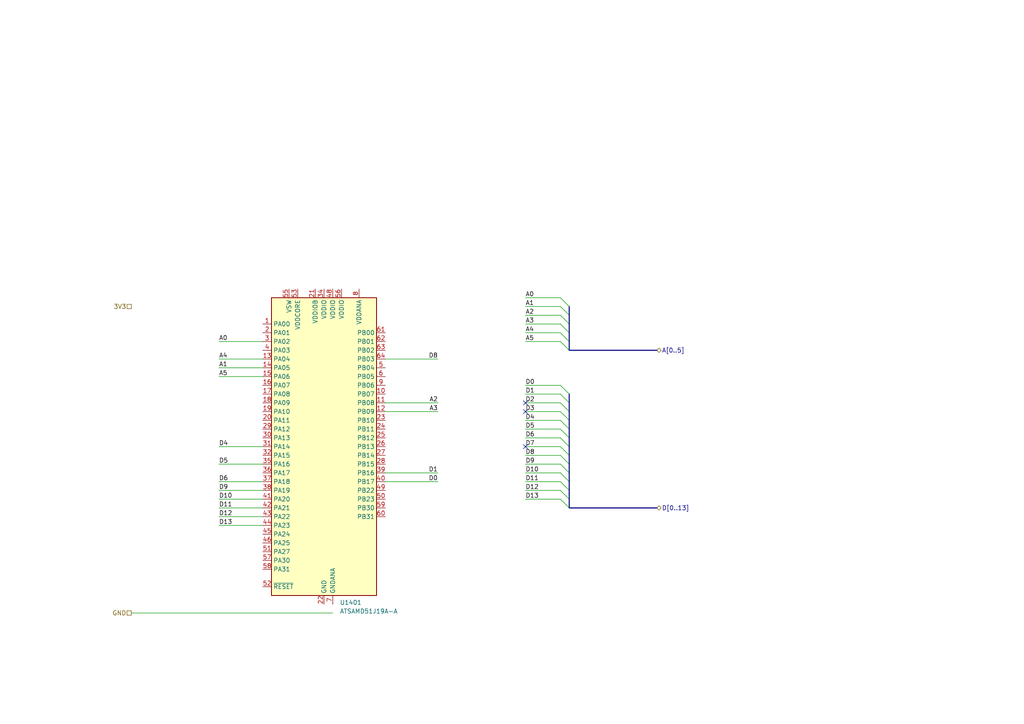
<source format=kicad_sch>
(kicad_sch (version 20211123) (generator eeschema)
  (paper "A4")
  (lib_symbols
    (symbol "MCU_Microchip_SAMD:ATSAMD51J19A-A"
      (property "Reference" "U" (at -15.24 -44.45 0))
      (property "Value" "ATSAMD51J19A-A" (at 5.08 -44.45 0))
      (symbol "ATSAMD51J19A-A_0_1"
        (rectangle (start -15.24 43.18) (end 15.24 -43.18) (stroke (width 0.254)) (fill (type background)))
      )
      (symbol "ATSAMD51J19A-A_1_0"
        (pin bidirectional line (at 17.78 25.4 180) (length 2.54) (name "PB03") (number "64"))
      )
      (symbol "ATSAMD51J19A-A_1_1"
        (pin bidirectional line (at -17.78 35.56 0) (length 2.54) (name "PA00") (number "1"))
        (pin bidirectional line (at 17.78 15.24 180) (length 2.54) (name "PB07") (number "10"))
        (pin bidirectional line (at 17.78 12.7 180) (length 2.54) (name "PB08") (number "11"))
        (pin bidirectional line (at 17.78 10.16 180) (length 2.54) (name "PB09") (number "12"))
        (pin bidirectional line (at -17.78 25.4 0) (length 2.54) (name "PA04") (number "13"))
        (pin bidirectional line (at -17.78 22.86 0) (length 2.54) (name "PA05") (number "14"))
        (pin bidirectional line (at -17.78 20.32 0) (length 2.54) (name "PA06") (number "15"))
        (pin bidirectional line (at -17.78 17.78 0) (length 2.54) (name "PA07") (number "16"))
        (pin bidirectional line (at -17.78 15.24 0) (length 2.54) (name "PA08") (number "17"))
        (pin bidirectional line (at -17.78 12.7 0) (length 2.54) (name "PA09") (number "18"))
        (pin bidirectional line (at -17.78 10.16 0) (length 2.54) (name "PA10") (number "19"))
        (pin bidirectional line (at -17.78 33.02 0) (length 2.54) (name "PA01") (number "2"))
        (pin bidirectional line (at -17.78 7.62 0) (length 2.54) (name "PA11") (number "20"))
        (pin power_in line (at -2.54 45.72 270) (length 2.54) (name "VDDIOB") (number "21"))
        (pin power_in line (at 0 -45.72 90) (length 2.54) (name "GND") (number "22"))
        (pin bidirectional line (at 17.78 7.62 180) (length 2.54) (name "PB10") (number "23"))
        (pin bidirectional line (at 17.78 5.08 180) (length 2.54) (name "PB11") (number "24"))
        (pin bidirectional line (at 17.78 2.54 180) (length 2.54) (name "PB12") (number "25"))
        (pin bidirectional line (at 17.78 0 180) (length 2.54) (name "PB13") (number "26"))
        (pin bidirectional line (at 17.78 -2.54 180) (length 2.54) (name "PB14") (number "27"))
        (pin bidirectional line (at 17.78 -5.08 180) (length 2.54) (name "PB15") (number "28"))
        (pin bidirectional line (at -17.78 5.08 0) (length 2.54) (name "PA12") (number "29"))
        (pin bidirectional line (at -17.78 30.48 0) (length 2.54) (name "PA02") (number "3"))
        (pin bidirectional line (at -17.78 2.54 0) (length 2.54) (name "PA13") (number "30"))
        (pin bidirectional line (at -17.78 0 0) (length 2.54) (name "PA14") (number "31"))
        (pin bidirectional line (at -17.78 -2.54 0) (length 2.54) (name "PA15") (number "32"))
        (pin passive line (at 0 -45.72 90) (length 2.54) hide (name "GND") (number "33"))
        (pin power_in line (at 0 45.72 270) (length 2.54) (name "VDDIO") (number "34"))
        (pin bidirectional line (at -17.78 -5.08 0) (length 2.54) (name "PA16") (number "35"))
        (pin bidirectional line (at -17.78 -7.62 0) (length 2.54) (name "PA17") (number "36"))
        (pin bidirectional line (at -17.78 -10.16 0) (length 2.54) (name "PA18") (number "37"))
        (pin bidirectional line (at -17.78 -12.7 0) (length 2.54) (name "PA19") (number "38"))
        (pin bidirectional line (at 17.78 -7.62 180) (length 2.54) (name "PB16") (number "39"))
        (pin bidirectional line (at -17.78 27.94 0) (length 2.54) (name "PA03") (number "4"))
        (pin bidirectional line (at 17.78 -10.16 180) (length 2.54) (name "PB17") (number "40"))
        (pin bidirectional line (at -17.78 -15.24 0) (length 2.54) (name "PA20") (number "41"))
        (pin bidirectional line (at -17.78 -17.78 0) (length 2.54) (name "PA21") (number "42"))
        (pin bidirectional line (at -17.78 -20.32 0) (length 2.54) (name "PA22") (number "43"))
        (pin bidirectional line (at -17.78 -22.86 0) (length 2.54) (name "PA23") (number "44"))
        (pin bidirectional line (at -17.78 -25.4 0) (length 2.54) (name "PA24") (number "45"))
        (pin bidirectional line (at -17.78 -27.94 0) (length 2.54) (name "PA25") (number "46"))
        (pin passive line (at 0 -45.72 90) (length 2.54) hide (name "GND") (number "47"))
        (pin power_in line (at 2.54 45.72 270) (length 2.54) (name "VDDIO") (number "48"))
        (pin bidirectional line (at 17.78 -12.7 180) (length 2.54) (name "PB22") (number "49"))
        (pin bidirectional line (at 17.78 22.86 180) (length 2.54) (name "PB04") (number "5"))
        (pin bidirectional line (at 17.78 -15.24 180) (length 2.54) (name "PB23") (number "50"))
        (pin bidirectional line (at -17.78 -30.48 0) (length 2.54) (name "PA27") (number "51"))
        (pin input line (at -17.78 -40.64 0) (length 2.54) (name "~{RESET}") (number "52"))
        (pin power_out line (at -7.62 45.72 270) (length 2.54) (name "VDDCORE") (number "53"))
        (pin passive line (at 0 -45.72 90) (length 2.54) hide (name "GND") (number "54"))
        (pin power_in line (at -10.16 45.72 270) (length 2.54) (name "VSW") (number "55"))
        (pin power_in line (at 5.08 45.72 270) (length 2.54) (name "VDDIO") (number "56"))
        (pin bidirectional line (at -17.78 -33.02 0) (length 2.54) (name "PA30") (number "57"))
        (pin bidirectional line (at -17.78 -35.56 0) (length 2.54) (name "PA31") (number "58"))
        (pin bidirectional line (at 17.78 -17.78 180) (length 2.54) (name "PB30") (number "59"))
        (pin bidirectional line (at 17.78 20.32 180) (length 2.54) (name "PB05") (number "6"))
        (pin bidirectional line (at 17.78 -20.32 180) (length 2.54) (name "PB31") (number "60"))
        (pin bidirectional line (at 17.78 33.02 180) (length 2.54) (name "PB00") (number "61"))
        (pin bidirectional line (at 17.78 30.48 180) (length 2.54) (name "PB01") (number "62"))
        (pin bidirectional line (at 17.78 27.94 180) (length 2.54) (name "PB02") (number "63"))
        (pin power_in line (at 2.54 -45.72 90) (length 2.54) (name "GNDANA") (number "7"))
        (pin power_in line (at 10.16 45.72 270) (length 2.54) (name "VDDANA") (number "8"))
        (pin bidirectional line (at 17.78 17.78 180) (length 2.54) (name "PB06") (number "9"))
      )
    )
  )
  (no_connect (at 152.4 116.84))
  (no_connect (at 152.4 119.38))
  (no_connect (at 152.4 129.54))
  (bus_entry (at 162.56 129.54) (size 2.54 2.54))
  (bus_entry (at 162.56 142.24) (size 2.54 2.54))
  (bus_entry (at 162.56 116.84) (size 2.54 2.54))
  (bus_entry (at 162.56 139.7) (size 2.54 2.54))
  (bus_entry (at 162.56 119.38) (size 2.54 2.54))
  (bus_entry (at 165.1 96.52) (size -2.54 -2.54))
  (bus_entry (at 165.1 99.06) (size -2.54 -2.54))
  (bus_entry (at 165.1 101.6) (size -2.54 -2.54))
  (bus_entry (at 165.1 91.44) (size -2.54 -2.54))
  (bus_entry (at 165.1 93.98) (size -2.54 -2.54))
  (bus_entry (at 165.1 88.9) (size -2.54 -2.54))
  (bus_entry (at 162.56 137.16) (size 2.54 2.54))
  (bus_entry (at 162.56 144.78) (size 2.54 2.54))
  (bus_entry (at 162.56 114.3) (size 2.54 2.54))
  (bus_entry (at 162.56 134.62) (size 2.54 2.54))
  (bus_entry (at 162.56 127) (size 2.54 2.54))
  (bus_entry (at 162.56 124.46) (size 2.54 2.54))
  (bus_entry (at 162.56 111.76) (size 2.54 2.54))
  (bus_entry (at 162.56 132.08) (size 2.54 2.54))
  (bus_entry (at 162.56 121.92) (size 2.54 2.54))
  (wire (pts (xy 152.4 144.78) (xy 162.56 144.78)))
  (bus (pts (xy 165.1 93.98) (xy 165.1 96.52)))
  (bus (pts (xy 165.1 129.54) (xy 165.1 132.08)))
  (wire (pts (xy 63.5 134.62) (xy 76.2 134.62)))
  (wire (pts (xy 152.4 124.46) (xy 162.56 124.46)))
  (wire (pts (xy 152.4 139.7) (xy 162.56 139.7)))
  (bus (pts (xy 165.1 134.62) (xy 165.1 137.16)))
  (wire (pts (xy 111.76 116.84) (xy 127 116.84)))
  (wire (pts (xy 152.4 96.52) (xy 162.56 96.52)))
  (wire (pts (xy 111.76 119.38) (xy 127 119.38)))
  (wire (pts (xy 63.5 99.06) (xy 76.2 99.06)))
  (wire (pts (xy 152.4 134.62) (xy 162.56 134.62)))
  (wire (pts (xy 152.4 116.84) (xy 162.56 116.84)))
  (wire (pts (xy 152.4 99.06) (xy 162.56 99.06)))
  (wire (pts (xy 63.5 147.32) (xy 76.2 147.32)))
  (bus (pts (xy 165.1 88.9) (xy 165.1 91.44)))
  (wire (pts (xy 63.5 109.22) (xy 76.2 109.22)))
  (wire (pts (xy 152.4 137.16) (xy 162.56 137.16)))
  (wire (pts (xy 63.5 149.86) (xy 76.2 149.86)))
  (bus (pts (xy 165.1 96.52) (xy 165.1 99.06)))
  (wire (pts (xy 111.76 137.16) (xy 127 137.16)))
  (bus (pts (xy 165.1 124.46) (xy 165.1 127)))
  (bus (pts (xy 165.1 127) (xy 165.1 129.54)))
  (wire (pts (xy 63.5 144.78) (xy 76.2 144.78)))
  (bus (pts (xy 165.1 114.3) (xy 165.1 116.84)))
  (bus (pts (xy 165.1 137.16) (xy 165.1 139.7)))
  (bus (pts (xy 165.1 91.44) (xy 165.1 93.98)))
  (wire (pts (xy 152.4 111.76) (xy 162.56 111.76)))
  (wire (pts (xy 63.5 106.68) (xy 76.2 106.68)))
  (wire (pts (xy 152.4 142.24) (xy 162.56 142.24)))
  (wire (pts (xy 63.5 142.24) (xy 76.2 142.24)))
  (wire (pts (xy 38.1 177.8) (xy 96.52 177.8)))
  (wire (pts (xy 152.4 127) (xy 162.56 127)))
  (bus (pts (xy 165.1 121.92) (xy 165.1 124.46)))
  (wire (pts (xy 111.76 104.14) (xy 127 104.14)))
  (wire (pts (xy 63.5 139.7) (xy 76.2 139.7)))
  (wire (pts (xy 152.4 86.36) (xy 162.56 86.36)))
  (bus (pts (xy 165.1 147.32) (xy 190.5 147.32)))
  (bus (pts (xy 165.1 99.06) (xy 165.1 101.6)))
  (wire (pts (xy 152.4 88.9) (xy 162.56 88.9)))
  (wire (pts (xy 63.5 152.4) (xy 76.2 152.4)))
  (wire (pts (xy 152.4 132.08) (xy 162.56 132.08)))
  (wire (pts (xy 111.76 139.7) (xy 127 139.7)))
  (wire (pts (xy 152.4 91.44) (xy 162.56 91.44)))
  (bus (pts (xy 165.1 132.08) (xy 165.1 134.62)))
  (wire (pts (xy 63.5 129.54) (xy 76.2 129.54)))
  (bus (pts (xy 165.1 116.84) (xy 165.1 119.38)))
  (wire (pts (xy 152.4 93.98) (xy 162.56 93.98)))
  (wire (pts (xy 152.4 114.3) (xy 162.56 114.3)))
  (bus (pts (xy 165.1 144.78) (xy 165.1 147.32)))
  (wire (pts (xy 152.4 121.92) (xy 162.56 121.92)))
  (wire (pts (xy 63.5 104.14) (xy 76.2 104.14)))
  (bus (pts (xy 165.1 101.6) (xy 190.5 101.6)))
  (wire (pts (xy 152.4 119.38) (xy 162.56 119.38)))
  (bus (pts (xy 165.1 119.38) (xy 165.1 121.92)))
  (wire (pts (xy 152.4 129.54) (xy 162.56 129.54)))
  (bus (pts (xy 165.1 142.24) (xy 165.1 144.78)))
  (bus (pts (xy 165.1 139.7) (xy 165.1 142.24)))
  (label "D5" (at 63.5 134.62 0))
  (label "D9" (at 63.5 142.24 0))
  (label "D13" (at 152.4 144.78 0))
  (label "D6" (at 63.5 139.7 0))
  (label "A1" (at 63.5 106.68 0))
  (label "D13" (at 63.5 152.4 0))
  (label "D10" (at 152.4 137.16 0))
  (label "D7" (at 152.4 129.54 0))
  (label "A3" (at 152.4 93.98 0))
  (label "A2" (at 152.4 91.44 0))
  (label "D10" (at 63.5 144.78 0))
  (label "D5" (at 152.4 124.46 0))
  (label "D8" (at 127 104.14 180))
  (label "D9" (at 152.4 134.62 0))
  (label "A5" (at 63.5 109.22 0))
  (label "D11" (at 63.5 147.32 0))
  (label "D1" (at 152.4 114.3 0))
  (label "A1" (at 152.4 88.9 0))
  (label "D8" (at 152.4 132.08 0))
  (label "D11" (at 152.4 139.7 0))
  (label "A4" (at 152.4 96.52 0))
  (label "D0" (at 152.4 111.76 0))
  (label "D1" (at 127 137.16 180))
  (label "D2" (at 152.4 116.84 0))
  (label "D4" (at 152.4 121.92 0))
  (label "D3" (at 152.4 119.38 0))
  (label "A2" (at 127 116.84 180))
  (label "A5" (at 152.4 99.06 0))
  (label "D4" (at 63.5 129.54 0))
  (label "D12" (at 152.4 142.24 0))
  (label "A0" (at 63.5 99.06 0))
  (label "A0" (at 152.4 86.36 0))
  (label "A4" (at 63.5 104.14 0))
  (label "D6" (at 152.4 127 0))
  (label "A3" (at 127 119.38 180))
  (label "D12" (at 63.5 149.86 0))
  (label "D0" (at 127 139.7 180))
  (hierarchical_label "GND" (shape passive) (at 38.1 177.8 180))
  (hierarchical_label "D[0..13]" (shape bidirectional) (at 190.5 147.32 0))
  (hierarchical_label "3V3" (shape passive) (at 38.1 88.9 180))
  (hierarchical_label "A[0..5]" (shape bidirectional) (at 190.5 101.6 0))
  (symbol (lib_id "MCU_Microchip_SAMD:ATSAMD51J19A-A") (at 93.98 129.54 0) (unit 1)
    (property "Reference" "U1401" (at 98.5394 174.7504 0) (effects (justify left)))
    (property "Value" "ATSAMD51J19A-A" (at 98.5394 177.2873 0) (effects (justify left)))
    (property "Footprint" "Package_QFP:TQFP-64_10x10mm_P0.5mm" (effects hide))
    (property "Datasheet" "http://ww1.microchip.com/downloads/en/DeviceDoc/60001507E.pdf" (effects hide))
  )
)
</source>
